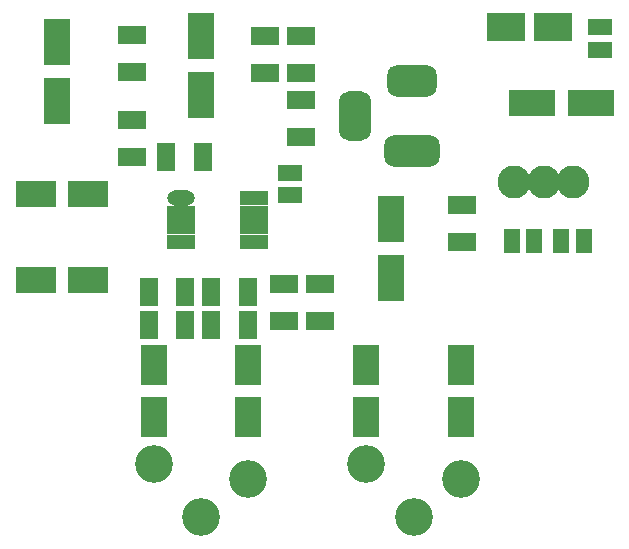
<source format=gts>
G04 Layer_Color=8388736*
%FSLAX44Y44*%
%MOMM*%
G71*
G01*
G75*
%ADD34R,3.2000X2.4000*%
%ADD35R,1.4000X2.0000*%
%ADD36R,2.0000X1.4000*%
%ADD37R,2.4020X1.6140*%
%ADD38R,1.6140X2.4020*%
%ADD39R,3.5000X2.3000*%
%ADD40R,2.3000X3.5000*%
%ADD41R,2.3000X3.9000*%
%ADD42R,3.9000X2.3000*%
%ADD43R,2.3500X1.3000*%
%ADD44O,2.3500X1.3000*%
%ADD45C,2.8000*%
G04:AMPARAMS|DCode=46|XSize=2.7mm|YSize=4.7mm|CornerRadius=0.85mm|HoleSize=0mm|Usage=FLASHONLY|Rotation=270.000|XOffset=0mm|YOffset=0mm|HoleType=Round|Shape=RoundedRectangle|*
%AMROUNDEDRECTD46*
21,1,2.7000,3.0000,0,0,270.0*
21,1,1.0000,4.7000,0,0,270.0*
1,1,1.7000,-1.5000,-0.5000*
1,1,1.7000,-1.5000,0.5000*
1,1,1.7000,1.5000,0.5000*
1,1,1.7000,1.5000,-0.5000*
%
%ADD46ROUNDEDRECTD46*%
G04:AMPARAMS|DCode=47|XSize=4.2mm|YSize=2.7mm|CornerRadius=0.85mm|HoleSize=0mm|Usage=FLASHONLY|Rotation=270.000|XOffset=0mm|YOffset=0mm|HoleType=Round|Shape=RoundedRectangle|*
%AMROUNDEDRECTD47*
21,1,4.2000,1.0000,0,0,270.0*
21,1,2.5000,2.7000,0,0,270.0*
1,1,1.7000,-0.5000,-1.2500*
1,1,1.7000,-0.5000,1.2500*
1,1,1.7000,0.5000,1.2500*
1,1,1.7000,0.5000,-1.2500*
%
%ADD47ROUNDEDRECTD47*%
G04:AMPARAMS|DCode=48|XSize=2.7mm|YSize=4.2mm|CornerRadius=0.85mm|HoleSize=0mm|Usage=FLASHONLY|Rotation=270.000|XOffset=0mm|YOffset=0mm|HoleType=Round|Shape=RoundedRectangle|*
%AMROUNDEDRECTD48*
21,1,2.7000,2.5000,0,0,270.0*
21,1,1.0000,4.2000,0,0,270.0*
1,1,1.7000,-1.2500,-0.5000*
1,1,1.7000,-1.2500,0.5000*
1,1,1.7000,1.2500,0.5000*
1,1,1.7000,1.2500,-0.5000*
%
%ADD48ROUNDEDRECTD48*%
%ADD49C,3.2000*%
D34*
X461000Y485000D02*
D03*
X501000D02*
D03*
D35*
X527000Y304000D02*
D03*
X508000D02*
D03*
X485000D02*
D03*
X466000D02*
D03*
D36*
X278000Y343000D02*
D03*
Y362000D02*
D03*
X541000Y485000D02*
D03*
Y466000D02*
D03*
D37*
X145000Y478370D02*
D03*
Y447630D02*
D03*
X257000Y446630D02*
D03*
Y477370D02*
D03*
X145000Y406370D02*
D03*
Y375630D02*
D03*
X273000Y267370D02*
D03*
Y236630D02*
D03*
X288000Y477370D02*
D03*
Y446630D02*
D03*
Y392630D02*
D03*
Y423370D02*
D03*
X304000Y236630D02*
D03*
Y267370D02*
D03*
X424000Y334370D02*
D03*
Y303630D02*
D03*
D38*
X189370Y261000D02*
D03*
X158630D02*
D03*
X211630D02*
D03*
X242370D02*
D03*
X204370Y375000D02*
D03*
X173630D02*
D03*
X189370Y233000D02*
D03*
X158630D02*
D03*
X211630D02*
D03*
X242370D02*
D03*
D39*
X63000Y344000D02*
D03*
X107000D02*
D03*
X63000Y271000D02*
D03*
X107000D02*
D03*
D40*
X243000Y155000D02*
D03*
Y199000D02*
D03*
X163000Y155000D02*
D03*
Y199000D02*
D03*
X343000Y155000D02*
D03*
Y199000D02*
D03*
X423000Y155000D02*
D03*
Y199000D02*
D03*
D41*
X81000Y473000D02*
D03*
Y423000D02*
D03*
X203000Y428000D02*
D03*
Y478000D02*
D03*
X364000Y323000D02*
D03*
Y273000D02*
D03*
D42*
X483000Y421000D02*
D03*
X533000D02*
D03*
D43*
X248000Y303000D02*
D03*
Y316000D02*
D03*
Y328000D02*
D03*
Y341000D02*
D03*
X186000Y303000D02*
D03*
Y316000D02*
D03*
Y328000D02*
D03*
D44*
Y341000D02*
D03*
D45*
X468000Y354000D02*
D03*
X493000D02*
D03*
X518000D02*
D03*
D46*
X382000Y380000D02*
D03*
D47*
X333000Y410000D02*
D03*
D48*
X382000Y440000D02*
D03*
D49*
X343000Y115500D02*
D03*
X163000D02*
D03*
X243000Y103000D02*
D03*
X423000D02*
D03*
X383000Y70500D02*
D03*
X203000D02*
D03*
M02*

</source>
